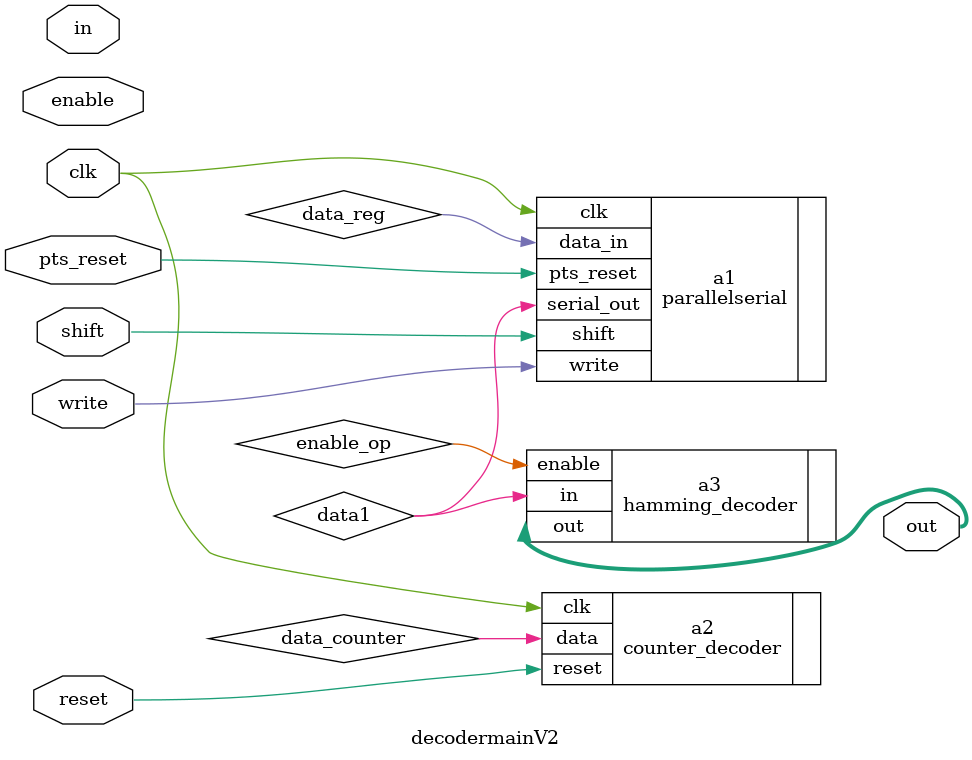
<source format=sv>
module decodermainV2(
    output logic [3:0] out,
    input logic [6:0] in,
    input logic enable,
    input logic clk,
    input logic pts_reset,
    input logic write,
    input logic shift,
    input logic reset
);
    parallelserial a1(
        .clk(clk),
        .pts_reset(pts_reset),
        .write(write),
        .shift(shift),
        .data_in(data_reg),
        .serial_out(data1)
    );
    
    counter_decoder a2(
        .clk(clk),
        .reset(reset),
        .data(data_counter)
    );
    
    hamming_decoder a3(
        .out(out),
        .in(data1),
        .enable(enable_op)
    );
    
endmodule

</source>
